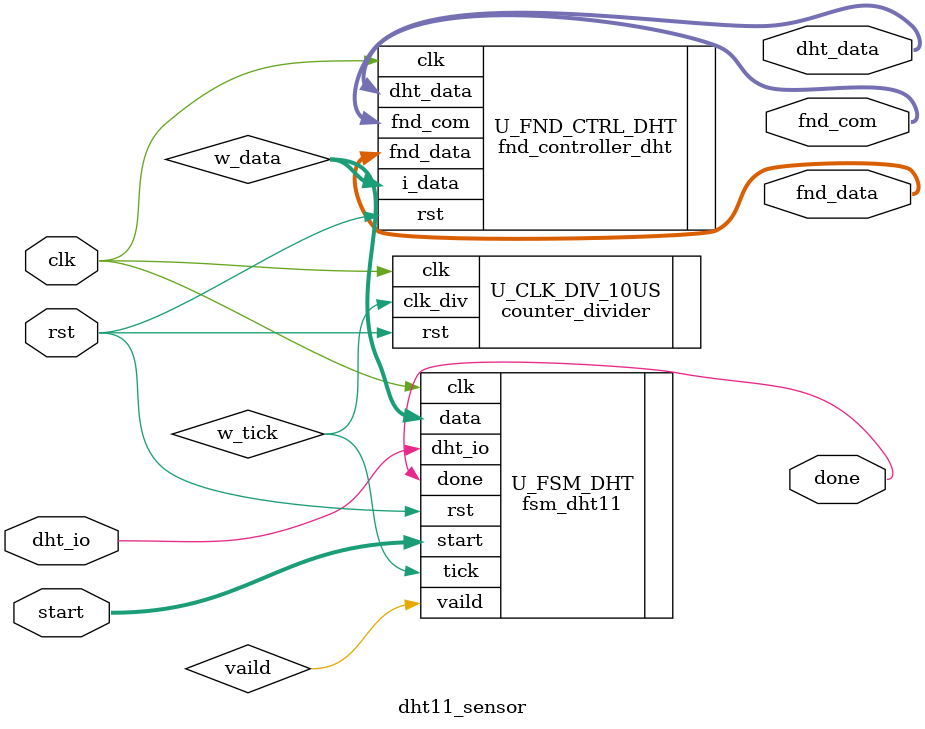
<source format=v>
`timescale 1ns / 1ps


module dht11_sensor(
    input        clk            ,
    input        rst            ,
    input  [7:0] start          ,
    inout        dht_io         ,
    output [7:0] dht_data       ,
    output [7:0] fnd_data       ,   
    output [3:0] fnd_com        ,
    output       done                 
    );

    wire w_tick;
    wire w_vaild;
    wire w_done;
    wire [39:0] w_data;

    counter_divider #(.DIV(1000)) U_CLK_DIV_10US(
        .clk     (clk), 
        .rst     (rst),
        .clk_div (w_tick) 
    );

    fsm_dht11 U_FSM_DHT(
        .clk    (clk)    ,
        .rst    (rst)    ,
        .start  (start)  ,
        .tick   (w_tick) ,
        .dht_io (dht_io) ,
        .data   (w_data)  ,
        .vaild  (vaild)  ,
        .done   (done)   
    );

    fnd_controller_dht U_FND_CTRL_DHT(
        .clk        (clk),
        .rst        (rst),
        .i_data     (w_data),
        .dht_data   (dht_data),
        .fnd_com    (fnd_com),
        .fnd_data   (fnd_data)
    );
endmodule

</source>
